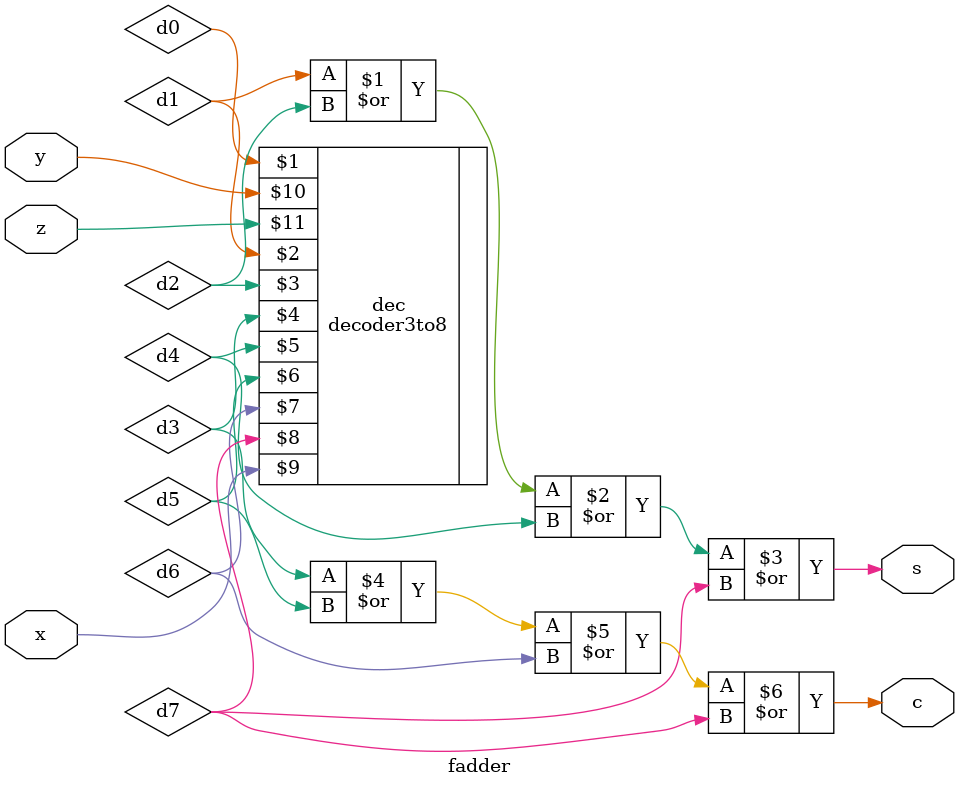
<source format=v>
`include "decoder3to8.v"
module fadder(s,c,x,y,z);
	input x,y,z;
	wire d0,d1,d2,d3,d4,d5,d6,d7;
	output s,c;
	decoder3to8 dec(d0,d1,d2,d3,d4,d5,d6,d7,x,y,z);
	assign s = d1 | d2 | d4 | d7,
	 c = d3 | d5 | d6 | d7;
endmodule
</source>
